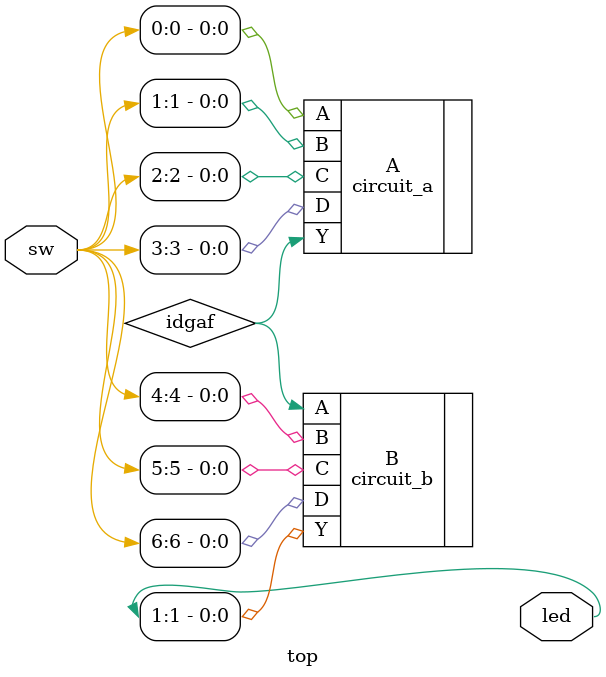
<source format=v>
module top(
    input [6:0] sw,
    output [1:0] led

);

wire idgaf;

//circut A hookup
circuit_a A(
    .A(sw[0]),
    .B(sw[1]),
    .C(sw[2]),
    .D(sw[3]),
    .Y(idgaf)
);
//circut B hookup
circuit_b B(
    .A(idgaf),
    .B(sw[4]),
    .C(sw[5]),
    .D(sw[6]),
    .Y(led[1])
);

endmodule
</source>
